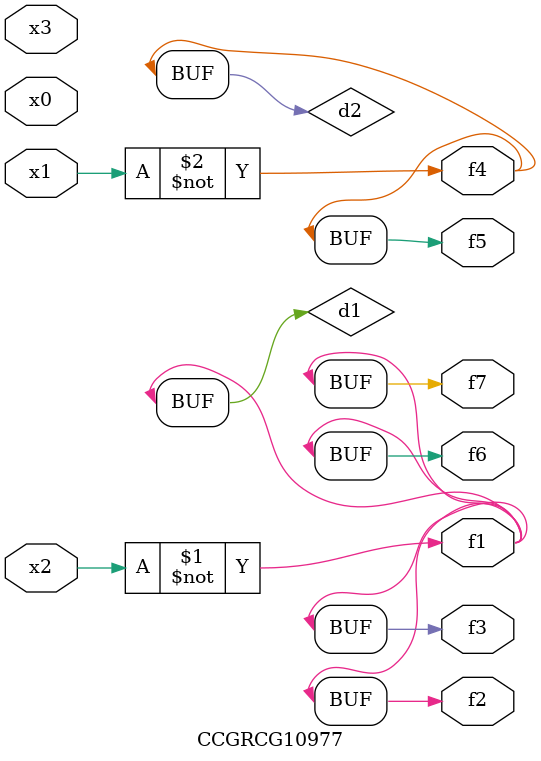
<source format=v>
module CCGRCG10977(
	input x0, x1, x2, x3,
	output f1, f2, f3, f4, f5, f6, f7
);

	wire d1, d2;

	xnor (d1, x2);
	not (d2, x1);
	assign f1 = d1;
	assign f2 = d1;
	assign f3 = d1;
	assign f4 = d2;
	assign f5 = d2;
	assign f6 = d1;
	assign f7 = d1;
endmodule

</source>
